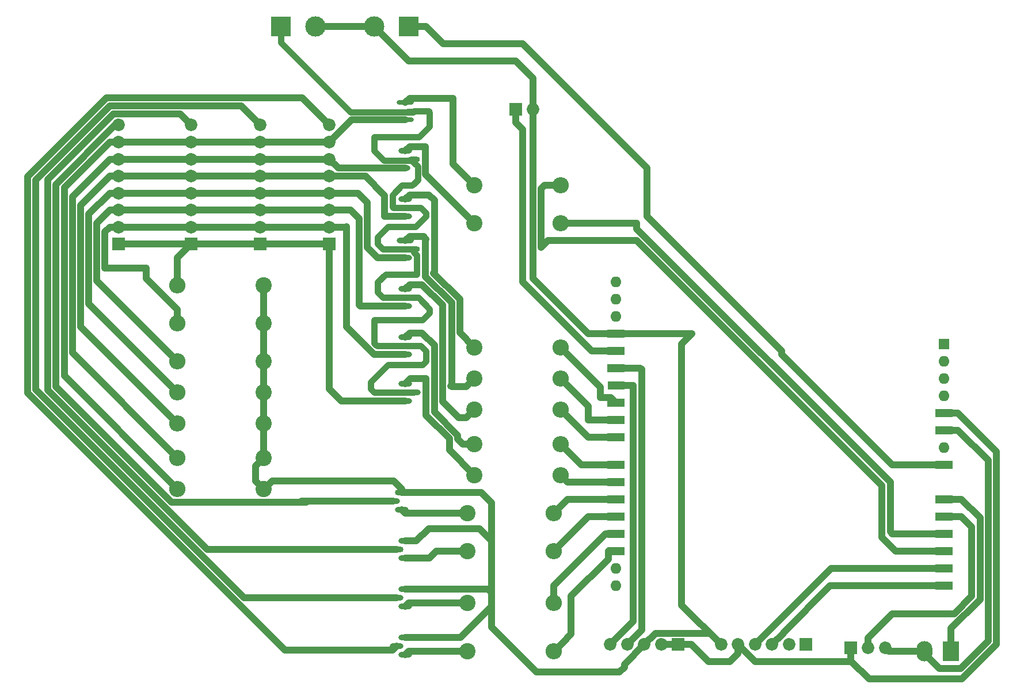
<source format=gbr>
G04 #@! TF.GenerationSoftware,KiCad,Pcbnew,(5.1.2)-2*
G04 #@! TF.CreationDate,2019-08-27T13:21:09+07:00*
G04 #@! TF.ProjectId,clock_7segment,636c6f63-6b5f-4377-9365-676d656e742e,rev?*
G04 #@! TF.SameCoordinates,Original*
G04 #@! TF.FileFunction,Copper,L2,Bot*
G04 #@! TF.FilePolarity,Positive*
%FSLAX46Y46*%
G04 Gerber Fmt 4.6, Leading zero omitted, Abs format (unit mm)*
G04 Created by KiCad (PCBNEW (5.1.2)-2) date 2019-08-27 13:21:09*
%MOMM*%
%LPD*%
G04 APERTURE LIST*
%ADD10O,2.000000X0.800000*%
%ADD11O,2.500000X0.700000*%
%ADD12O,2.000000X0.900000*%
%ADD13O,1.800000X0.800000*%
%ADD14O,2.500000X0.800000*%
%ADD15O,2.400000X2.400000*%
%ADD16C,2.400000*%
%ADD17O,1.600000X1.600000*%
%ADD18R,2.500000X1.200000*%
%ADD19C,1.200000*%
%ADD20C,0.100000*%
%ADD21R,1.600000X1.600000*%
%ADD22C,1.850000*%
%ADD23R,1.850000X1.850000*%
%ADD24O,2.350000X3.000000*%
%ADD25R,2.350000X3.000000*%
%ADD26C,3.000000*%
%ADD27R,3.000000X3.000000*%
%ADD28O,1.500000X0.800000*%
%ADD29C,1.000000*%
%ADD30C,0.500000*%
%ADD31C,0.900000*%
G04 APERTURE END LIST*
D10*
X109728000Y-130810000D03*
X110998000Y-129540000D03*
X109728000Y-128270000D03*
X109728000Y-114300000D03*
X110998000Y-115570000D03*
X109728000Y-116840000D03*
D11*
X109728000Y-86868000D03*
X110998000Y-88138000D03*
X109728000Y-89408000D03*
D12*
X109220000Y-144272000D03*
D10*
X107950000Y-145542000D03*
X109220000Y-146812000D03*
X109728000Y-109728000D03*
D13*
X110998000Y-108458000D03*
D14*
X109728000Y-107188000D03*
D15*
X132588000Y-104648000D03*
D16*
X119888000Y-104648000D03*
D17*
X140716000Y-155448000D03*
X140716000Y-157988000D03*
X140716000Y-118368000D03*
D18*
X188976000Y-157988000D03*
X140716000Y-120908000D03*
X188976000Y-155448000D03*
X140716000Y-123448000D03*
X188976000Y-152908000D03*
X140716000Y-125988000D03*
X188976000Y-150368000D03*
D19*
X140716000Y-128528000D03*
D20*
G36*
X139466000Y-129128000D02*
G01*
X139466000Y-127928000D01*
X141966000Y-127928000D01*
X141966000Y-129128000D01*
X139466000Y-129128000D01*
X139466000Y-129128000D01*
G37*
D18*
X188976000Y-147828000D03*
X140716000Y-131068000D03*
X188976000Y-145288000D03*
X140716000Y-133608000D03*
X188976000Y-140208000D03*
X140716000Y-136148000D03*
D17*
X188976000Y-137668000D03*
D18*
X140716000Y-140208000D03*
X188976000Y-135128000D03*
X140716000Y-142748000D03*
X188976000Y-132588000D03*
X140716000Y-145288000D03*
D17*
X188976000Y-130048000D03*
D18*
X140716000Y-147828000D03*
D17*
X188976000Y-127508000D03*
D18*
X140716000Y-150368000D03*
D17*
X188976000Y-124968000D03*
D18*
X140716000Y-152908000D03*
D21*
X188976000Y-122428000D03*
D17*
X140716000Y-115828000D03*
X140716000Y-113288000D03*
D22*
X98552000Y-90196000D03*
X98552000Y-92696000D03*
X98552000Y-95196000D03*
X98552000Y-97696000D03*
X98552000Y-100196000D03*
X98552000Y-102696000D03*
X98552000Y-105196000D03*
D23*
X98552000Y-107696000D03*
X67564000Y-107696000D03*
D22*
X67564000Y-105196000D03*
X67564000Y-102696000D03*
X67564000Y-100196000D03*
X67564000Y-97696000D03*
X67564000Y-95196000D03*
X67564000Y-92696000D03*
X67564000Y-90196000D03*
X156156000Y-166624000D03*
X158656000Y-166624000D03*
X161156000Y-166624000D03*
X163656000Y-166624000D03*
X166156000Y-166624000D03*
D23*
X168656000Y-166624000D03*
D24*
X186032000Y-167640000D03*
D25*
X189992000Y-167640000D03*
D22*
X128484000Y-87884000D03*
D23*
X125984000Y-87884000D03*
D22*
X180260000Y-167132000D03*
X177760000Y-167132000D03*
D23*
X175260000Y-167132000D03*
D26*
X96520000Y-75692000D03*
D27*
X91440000Y-75692000D03*
X110236000Y-75692000D03*
D26*
X105156000Y-75692000D03*
D10*
X109728000Y-168148000D03*
X108458000Y-166878000D03*
X109728000Y-165608000D03*
X109728000Y-158496000D03*
X108458000Y-159766000D03*
X109728000Y-161036000D03*
X109728000Y-153924000D03*
D12*
X108458000Y-152654000D03*
D10*
X109728000Y-151384000D03*
X109728000Y-121412000D03*
X110998000Y-122682000D03*
X109728000Y-123952000D03*
X109728000Y-101092000D03*
X110998000Y-102362000D03*
X109728000Y-103632000D03*
D28*
X109728000Y-96520000D03*
D13*
X110998000Y-95250000D03*
D10*
X109728000Y-93980000D03*
D16*
X118872000Y-167640000D03*
D15*
X131572000Y-167640000D03*
X131572000Y-160528000D03*
D16*
X118872000Y-160528000D03*
X118872000Y-152908000D03*
D15*
X131572000Y-152908000D03*
X131572000Y-147320000D03*
D16*
X118872000Y-147320000D03*
D15*
X132588000Y-141732000D03*
D16*
X119888000Y-141732000D03*
X119888000Y-137160000D03*
D15*
X132588000Y-137160000D03*
X132588000Y-132080000D03*
D16*
X119888000Y-132080000D03*
X119888000Y-127508000D03*
D15*
X132588000Y-127508000D03*
X132588000Y-122936000D03*
D16*
X119888000Y-122936000D03*
D15*
X132588000Y-99060000D03*
D16*
X119888000Y-99060000D03*
D22*
X139860000Y-166624000D03*
X142360000Y-166624000D03*
X144860000Y-166624000D03*
X147360000Y-166624000D03*
D23*
X149860000Y-166624000D03*
D16*
X88900000Y-113792000D03*
D15*
X76200000Y-113792000D03*
X76200000Y-119380000D03*
D16*
X88900000Y-119380000D03*
D15*
X76200000Y-124968000D03*
D16*
X88900000Y-124968000D03*
X88900000Y-129540000D03*
D15*
X76200000Y-129540000D03*
X76200000Y-134112000D03*
D16*
X88900000Y-134112000D03*
X88900000Y-139192000D03*
D15*
X76200000Y-139192000D03*
X76200000Y-143764000D03*
D16*
X88900000Y-143764000D03*
D22*
X88392000Y-90196000D03*
X88392000Y-92696000D03*
X88392000Y-95196000D03*
X88392000Y-97696000D03*
X88392000Y-100196000D03*
X88392000Y-102696000D03*
X88392000Y-105196000D03*
D23*
X88392000Y-107696000D03*
X78232000Y-107696000D03*
D22*
X78232000Y-105196000D03*
X78232000Y-102696000D03*
X78232000Y-100196000D03*
X78232000Y-97696000D03*
X78232000Y-95196000D03*
X78232000Y-92696000D03*
X78232000Y-90196000D03*
D29*
X165281001Y-164998999D02*
X165281001Y-164918999D01*
X163656000Y-166624000D02*
X165281001Y-164998999D01*
X172212000Y-157988000D02*
X188976000Y-157988000D01*
X165281001Y-164918999D02*
X172212000Y-157988000D01*
X128484000Y-87884000D02*
X128484000Y-111720000D01*
X128524000Y-111760000D02*
X128524000Y-112776000D01*
X128484000Y-111720000D02*
X128524000Y-111760000D01*
X136656000Y-120908000D02*
X140716000Y-120908000D01*
X128524000Y-112776000D02*
X136656000Y-120908000D01*
X88900000Y-113792000D02*
X88900000Y-119380000D01*
X88900000Y-119380000D02*
X88900000Y-124968000D01*
X88900000Y-124968000D02*
X88900000Y-129540000D01*
X88900000Y-134112000D02*
X88900000Y-139192000D01*
X87700001Y-142564001D02*
X88900000Y-143764000D01*
X88900000Y-139192000D02*
X87700001Y-140391999D01*
X87700001Y-140391999D02*
X87700001Y-142564001D01*
X121920000Y-158496000D02*
X109728000Y-158496000D01*
X122428000Y-159004000D02*
X121920000Y-158496000D01*
X122428000Y-161036000D02*
X122428000Y-159004000D01*
X109728000Y-165608000D02*
X117856000Y-165608000D01*
X117856000Y-165608000D02*
X122428000Y-161036000D01*
X109728000Y-158496000D02*
X118364000Y-158496000D01*
X122428000Y-159004000D02*
X122428000Y-151384000D01*
X111328000Y-151384000D02*
X109728000Y-151384000D01*
X113128000Y-149584000D02*
X111328000Y-151384000D01*
X120628000Y-149584000D02*
X113128000Y-149584000D01*
X122428000Y-151384000D02*
X120628000Y-149584000D01*
X122428000Y-151384000D02*
X122428000Y-145796000D01*
X120904000Y-144272000D02*
X109220000Y-144272000D01*
X122428000Y-145796000D02*
X120904000Y-144272000D01*
X96520000Y-75692000D02*
X105156000Y-75692000D01*
X105156000Y-75692000D02*
X110236000Y-80772000D01*
X110236000Y-80772000D02*
X125984000Y-80772000D01*
X128484000Y-83272000D02*
X128484000Y-87884000D01*
X125984000Y-80772000D02*
X128484000Y-83272000D01*
X88900000Y-134112000D02*
X88900000Y-129540000D01*
X90099999Y-142564001D02*
X108020001Y-142564001D01*
X88900000Y-143764000D02*
X90099999Y-142564001D01*
X109220000Y-143764000D02*
X109220000Y-144272000D01*
X108020001Y-142564001D02*
X109220000Y-143764000D01*
X155231001Y-165699001D02*
X156156000Y-166624000D01*
X154530999Y-164998999D02*
X155231001Y-165699001D01*
X146485001Y-164998999D02*
X154530999Y-164998999D01*
X144860000Y-166624000D02*
X146485001Y-164998999D01*
X141943999Y-169540001D02*
X141943999Y-169968001D01*
X144860000Y-166624000D02*
X141943999Y-169540001D01*
X141943999Y-169968001D02*
X141224000Y-170688000D01*
X141224000Y-170688000D02*
X129032000Y-170688000D01*
X122428000Y-164084000D02*
X122428000Y-161036000D01*
X129032000Y-170688000D02*
X122428000Y-164084000D01*
X180768000Y-167640000D02*
X180260000Y-167132000D01*
X186032000Y-167640000D02*
X180768000Y-167640000D01*
X186032000Y-167965000D02*
X188247000Y-170180000D01*
X186032000Y-167640000D02*
X186032000Y-167965000D01*
X195440020Y-166126982D02*
X195440020Y-139560020D01*
X188247000Y-170180000D02*
X191387002Y-170180000D01*
X191387002Y-170180000D02*
X195440020Y-166126982D01*
X191008000Y-135128000D02*
X188976000Y-135128000D01*
X195440020Y-139560020D02*
X191008000Y-135128000D01*
X140716000Y-120908000D02*
X151896000Y-120908000D01*
X151896000Y-120908000D02*
X150368000Y-122436000D01*
X150368000Y-160836000D02*
X156156000Y-166624000D01*
X150368000Y-122436000D02*
X150368000Y-160836000D01*
X172332000Y-155448000D02*
X188976000Y-155448000D01*
X161156000Y-166624000D02*
X172332000Y-155448000D01*
X137164000Y-123448000D02*
X140716000Y-123448000D01*
X127000000Y-113284000D02*
X137164000Y-123448000D01*
X127000000Y-90825000D02*
X127000000Y-113284000D01*
X125984000Y-87884000D02*
X125984000Y-89809000D01*
X125984000Y-89809000D02*
X127000000Y-90825000D01*
X181864000Y-152908000D02*
X188976000Y-152908000D01*
X179832000Y-150876000D02*
X181864000Y-152908000D01*
X130192010Y-99060000D02*
X129684010Y-99568000D01*
X132588000Y-99060000D02*
X130192010Y-99060000D01*
X179832000Y-143256000D02*
X179832000Y-150876000D01*
X129684010Y-99568000D02*
X129684010Y-108204000D01*
X129684010Y-108204000D02*
X130700010Y-107188000D01*
X130700010Y-107188000D02*
X143764000Y-107188000D01*
X143764000Y-107188000D02*
X179832000Y-143256000D01*
X144456010Y-164527990D02*
X144456010Y-126168010D01*
X142360000Y-166624000D02*
X144456010Y-164527990D01*
X144276000Y-125988000D02*
X140716000Y-125988000D01*
X144456010Y-126168010D02*
X144276000Y-125988000D01*
X181356000Y-150368000D02*
X188976000Y-150368000D01*
X181032010Y-150044010D02*
X181356000Y-150368000D01*
X181032010Y-142758940D02*
X181032010Y-150044010D01*
X143764000Y-105490930D02*
X181032010Y-142758940D01*
X132588000Y-104648000D02*
X143764000Y-104648000D01*
X143764000Y-104648000D02*
X143764000Y-105490930D01*
X143252000Y-128528000D02*
X140716000Y-128528000D01*
X143256000Y-128524000D02*
X143252000Y-128528000D01*
X139860000Y-166624000D02*
X143256000Y-163228000D01*
X143256000Y-163228000D02*
X143256000Y-128524000D01*
X191516000Y-147828000D02*
X188976000Y-147828000D01*
X177760000Y-165648000D02*
X181289999Y-162118001D01*
X177760000Y-167132000D02*
X177760000Y-165648000D01*
X181289999Y-162118001D02*
X190433999Y-162118001D01*
X190433999Y-162118001D02*
X193040000Y-159512000D01*
X193040000Y-159512000D02*
X193040000Y-149352000D01*
X193040000Y-149352000D02*
X191516000Y-147828000D01*
X139916001Y-130268001D02*
X138396001Y-130268001D01*
X140716000Y-131068000D02*
X139916001Y-130268001D01*
X138396001Y-128744001D02*
X132588000Y-122936000D01*
X138396001Y-130268001D02*
X138396001Y-128744001D01*
X194240010Y-160009060D02*
X194240010Y-148012010D01*
X189992000Y-167640000D02*
X189992000Y-164257070D01*
X189992000Y-164257070D02*
X194240010Y-160009060D01*
X191516000Y-145288000D02*
X188976000Y-145288000D01*
X194240010Y-148012010D02*
X191516000Y-145288000D01*
X140716000Y-133608000D02*
X136656000Y-133608000D01*
X136656000Y-131576000D02*
X132588000Y-127508000D01*
X136656000Y-133608000D02*
X136656000Y-131576000D01*
X112736000Y-75692000D02*
X115276000Y-78232000D01*
X110236000Y-75692000D02*
X112736000Y-75692000D01*
X115276000Y-78232000D02*
X127000000Y-78232000D01*
X127000000Y-78232000D02*
X145288000Y-96520000D01*
X145288000Y-96520000D02*
X145288000Y-103632000D01*
X165100000Y-123444000D02*
X165100000Y-123952000D01*
X145288000Y-103632000D02*
X165100000Y-123444000D01*
X181356000Y-140208000D02*
X188976000Y-140208000D01*
X165100000Y-123952000D02*
X181356000Y-140208000D01*
X136656000Y-136148000D02*
X132588000Y-132080000D01*
X140716000Y-136148000D02*
X136656000Y-136148000D01*
X135636000Y-140208000D02*
X132588000Y-137160000D01*
X140716000Y-140208000D02*
X135636000Y-140208000D01*
X133604000Y-142748000D02*
X132588000Y-141732000D01*
X140716000Y-142748000D02*
X133604000Y-142748000D01*
X147360000Y-166624000D02*
X149860000Y-166624000D01*
X158656000Y-167932147D02*
X157424147Y-169164000D01*
X158656000Y-166624000D02*
X158656000Y-167932147D01*
X151785000Y-166624000D02*
X149860000Y-166624000D01*
X154325000Y-169164000D02*
X151785000Y-166624000D01*
X157424147Y-169164000D02*
X154325000Y-169164000D01*
X175260000Y-169057000D02*
X175153000Y-169164000D01*
X175260000Y-167132000D02*
X175260000Y-169057000D01*
X161196000Y-169164000D02*
X158656000Y-166624000D01*
X175153000Y-169164000D02*
X161196000Y-169164000D01*
X175260000Y-169057000D02*
X177907000Y-171704000D01*
X196640030Y-166624042D02*
X196640030Y-138220030D01*
X177907000Y-171704000D02*
X191560072Y-171704000D01*
X191560072Y-171704000D02*
X196640030Y-166624042D01*
X196640030Y-138220030D02*
X191008000Y-132588000D01*
X191008000Y-132588000D02*
X188976000Y-132588000D01*
X133604000Y-145288000D02*
X131572000Y-147320000D01*
X140716000Y-145288000D02*
X133604000Y-145288000D01*
X140716000Y-147828000D02*
X136652000Y-147828000D01*
X136652000Y-147828000D02*
X131572000Y-152908000D01*
X140716000Y-150368000D02*
X139192000Y-150368000D01*
X131572000Y-157988000D02*
X131572000Y-160528000D01*
X139192000Y-150368000D02*
X131572000Y-157988000D01*
X140716000Y-152908000D02*
X139584630Y-152908000D01*
X139584630Y-152908000D02*
X139584630Y-154039370D01*
X132771999Y-166440001D02*
X131572000Y-167640000D01*
X134112000Y-165100000D02*
X132771999Y-166440001D01*
X134112000Y-159512000D02*
X134112000Y-165100000D01*
X139584630Y-154039370D02*
X134112000Y-159512000D01*
X92010787Y-167477999D02*
X54171990Y-129639202D01*
X108458000Y-166878000D02*
X107858001Y-167477999D01*
X107858001Y-167477999D02*
X92010787Y-167477999D01*
X97627001Y-89271001D02*
X98552000Y-90196000D01*
X94526979Y-86170979D02*
X97627001Y-89271001D01*
X65789879Y-86170979D02*
X94526979Y-86170979D01*
X54171991Y-97788867D02*
X65789879Y-86170979D01*
X54171990Y-129639202D02*
X54171991Y-97788867D01*
X98552000Y-92696000D02*
X88392000Y-92696000D01*
X101840000Y-89408000D02*
X98552000Y-92696000D01*
X109728000Y-89408000D02*
X101840000Y-89408000D01*
X66255853Y-92696000D02*
X67564000Y-92696000D01*
X59531952Y-99419901D02*
X66255853Y-92696000D01*
X59531952Y-127095952D02*
X59531952Y-99419901D01*
X76200000Y-143764000D02*
X59531952Y-127095952D01*
X88392000Y-92696000D02*
X78232000Y-92696000D01*
X76923853Y-92696000D02*
X67564000Y-92696000D01*
X78232000Y-92696000D02*
X76923853Y-92696000D01*
X98552000Y-95196000D02*
X88392000Y-95196000D01*
X99876000Y-96520000D02*
X98552000Y-95196000D01*
X109728000Y-96520000D02*
X99876000Y-96520000D01*
X66255853Y-95196000D02*
X67564000Y-95196000D01*
X60731962Y-100719891D02*
X66255853Y-95196000D01*
X76200000Y-139192000D02*
X60731962Y-123723962D01*
X60731962Y-123723962D02*
X60731962Y-100719891D01*
X88392000Y-95196000D02*
X78232000Y-95196000D01*
X67564000Y-95196000D02*
X78232000Y-95196000D01*
X88392000Y-97696000D02*
X98552000Y-97696000D01*
X99354930Y-97696000D02*
X98552000Y-97696000D01*
X99378940Y-97720010D02*
X99354930Y-97696000D01*
X103816010Y-97720010D02*
X99378940Y-97720010D01*
X106680000Y-100584000D02*
X103816010Y-97720010D01*
X109728000Y-103632000D02*
X106680000Y-103632000D01*
X106680000Y-103632000D02*
X106680000Y-100584000D01*
X66255853Y-97696000D02*
X67564000Y-97696000D01*
X61931971Y-102019882D02*
X66255853Y-97696000D01*
X61931971Y-119843971D02*
X61931971Y-102019882D01*
X76200000Y-134112000D02*
X61931971Y-119843971D01*
X67564000Y-97696000D02*
X78232000Y-97696000D01*
X88392000Y-97696000D02*
X78232000Y-97696000D01*
X88392000Y-100196000D02*
X98552000Y-100196000D01*
X109728000Y-109728000D02*
X105664000Y-109728000D01*
X105664000Y-109728000D02*
X104140000Y-108204000D01*
X104140000Y-108204000D02*
X104140000Y-101600000D01*
X102736000Y-100196000D02*
X98552000Y-100196000D01*
X104140000Y-101600000D02*
X102736000Y-100196000D01*
X66255853Y-100196000D02*
X67564000Y-100196000D01*
X63131980Y-103319873D02*
X66255853Y-100196000D01*
X63131980Y-116471980D02*
X63131980Y-103319873D01*
X76200000Y-129540000D02*
X63131980Y-116471980D01*
X78232000Y-100196000D02*
X88392000Y-100196000D01*
X67564000Y-100196000D02*
X78232000Y-100196000D01*
X88392000Y-102696000D02*
X98552000Y-102696000D01*
X66255853Y-102696000D02*
X67564000Y-102696000D01*
X64331990Y-104619863D02*
X66255853Y-102696000D01*
X64331990Y-113099990D02*
X64331990Y-104619863D01*
X76200000Y-124968000D02*
X64331990Y-113099990D01*
X78137002Y-102696000D02*
X78232000Y-102696000D01*
X67564000Y-102696000D02*
X78137002Y-102696000D01*
X88392000Y-102696000D02*
X78232000Y-102696000D01*
X101680000Y-102696000D02*
X98552000Y-102696000D01*
X102939990Y-103955990D02*
X101680000Y-102696000D01*
X102939990Y-116655990D02*
X102939990Y-103955990D01*
X109728000Y-116840000D02*
X103124000Y-116840000D01*
X103124000Y-116840000D02*
X102939990Y-116655990D01*
X98552000Y-105196000D02*
X87336000Y-105196000D01*
X76200000Y-119380000D02*
X76200000Y-117348000D01*
X76200000Y-117348000D02*
X71628000Y-112776000D01*
X71628000Y-112776000D02*
X71628000Y-111252000D01*
X71628000Y-111252000D02*
X65532000Y-111252000D01*
X66255853Y-105196000D02*
X67564000Y-105196000D01*
X65532000Y-105919853D02*
X66255853Y-105196000D01*
X65532000Y-111252000D02*
X65532000Y-105919853D01*
X88392000Y-105196000D02*
X78232000Y-105196000D01*
X67564000Y-105196000D02*
X78232000Y-105196000D01*
X109728000Y-123952000D02*
X105156000Y-123952000D01*
X105156000Y-123952000D02*
X101092000Y-119888000D01*
X101092000Y-119888000D02*
X101092000Y-105156000D01*
X101052000Y-105196000D02*
X98552000Y-105196000D01*
X101092000Y-105156000D02*
X101052000Y-105196000D01*
X98552000Y-107696000D02*
X88392000Y-107696000D01*
X76200000Y-113792000D02*
X76200000Y-109728000D01*
X67564000Y-107696000D02*
X78232000Y-107696000D01*
X78232000Y-107696000D02*
X88392000Y-107696000D01*
X76200000Y-109728000D02*
X78232000Y-107696000D01*
X98552000Y-109621000D02*
X98552000Y-107696000D01*
X98552000Y-129032000D02*
X98552000Y-109621000D01*
X109728000Y-130810000D02*
X100330000Y-130810000D01*
X100330000Y-130810000D02*
X98552000Y-129032000D01*
X85995858Y-159766000D02*
X55372000Y-129142142D01*
X108458000Y-159766000D02*
X85995858Y-159766000D01*
X87467001Y-89271001D02*
X88392000Y-90196000D01*
X85566989Y-87370989D02*
X87467001Y-89271001D01*
X66286939Y-87370989D02*
X85566989Y-87370989D01*
X55372000Y-98285928D02*
X66286939Y-87370989D01*
X55372000Y-129142142D02*
X55372000Y-98285928D01*
X80580928Y-152654000D02*
X57131932Y-129205004D01*
X108458000Y-152654000D02*
X80580928Y-152654000D01*
X77307001Y-89271001D02*
X78232000Y-90196000D01*
X76606999Y-88570999D02*
X77307001Y-89271001D01*
X66783999Y-88570999D02*
X76606999Y-88570999D01*
X57131932Y-98223066D02*
X66783999Y-88570999D01*
X57131932Y-129205004D02*
X57131932Y-98223066D01*
X58331942Y-128707944D02*
X75287999Y-145664001D01*
X58331942Y-98922841D02*
X58331942Y-128707944D01*
X67564000Y-90196000D02*
X67058783Y-90196000D01*
X67058783Y-90196000D02*
X58331942Y-98922841D01*
X94478002Y-145542000D02*
X107950000Y-145542000D01*
X94356001Y-145664001D02*
X94478002Y-145542000D01*
X94356001Y-145664001D02*
X95127999Y-145664001D01*
X75287999Y-145664001D02*
X94356001Y-145664001D01*
D30*
X110149472Y-88138000D02*
X110998000Y-88138000D01*
X110149472Y-95250000D02*
X110998000Y-95250000D01*
D31*
X110878010Y-88257990D02*
X110998000Y-88138000D01*
X101605990Y-88257990D02*
X110878010Y-88257990D01*
X91440000Y-75692000D02*
X91440000Y-78092000D01*
X91440000Y-78092000D02*
X101605990Y-88257990D01*
X113148000Y-88138000D02*
X113284000Y-88274000D01*
X110998000Y-88138000D02*
X113148000Y-88138000D01*
X113284000Y-88274000D02*
X113284000Y-90424000D01*
X113284000Y-90424000D02*
X111760000Y-91948000D01*
X111760000Y-91948000D02*
X105156000Y-91948000D01*
X105156000Y-93980000D02*
X106545990Y-95369990D01*
X105156000Y-91948000D02*
X105156000Y-93980000D01*
X106545990Y-95369990D02*
X110609990Y-95369990D01*
X111533991Y-96293991D02*
X111533991Y-98270009D01*
X110609990Y-95369990D02*
X111533991Y-96293991D01*
X111533991Y-98270009D02*
X110744000Y-99060000D01*
X109220000Y-99060000D02*
X107830010Y-100449990D01*
X110744000Y-99060000D02*
X109220000Y-99060000D01*
X109098000Y-102362000D02*
X110998000Y-102362000D01*
X107950000Y-102362000D02*
X109098000Y-102362000D01*
X107830010Y-102242010D02*
X107950000Y-102362000D01*
X107830010Y-100449990D02*
X107830010Y-102242010D01*
X112014000Y-102362000D02*
X112776000Y-103124000D01*
X110998000Y-102362000D02*
X112014000Y-102362000D01*
X107188000Y-105156000D02*
X105664000Y-106680000D01*
X106426000Y-108458000D02*
X110998000Y-108458000D01*
X105664000Y-106680000D02*
X105664000Y-107696000D01*
X105664000Y-107696000D02*
X106426000Y-108458000D01*
X105664000Y-114808000D02*
X106426000Y-115570000D01*
X110998000Y-108458000D02*
X110998000Y-108913062D01*
X110998000Y-108913062D02*
X111378010Y-109293072D01*
X111378010Y-109293072D02*
X111378010Y-112141990D01*
X111378010Y-112141990D02*
X106806010Y-112141990D01*
X106426000Y-115570000D02*
X110998000Y-115570000D01*
X106806010Y-112141990D02*
X105664000Y-113284000D01*
X105664000Y-113284000D02*
X105664000Y-114808000D01*
X111598000Y-115570000D02*
X113284000Y-117256000D01*
X110998000Y-115570000D02*
X111598000Y-115570000D01*
X113284000Y-117256000D02*
X113284000Y-117856000D01*
X113284000Y-117856000D02*
X112268000Y-118872000D01*
X112268000Y-118872000D02*
X105156000Y-118872000D01*
X109098000Y-122682000D02*
X110998000Y-122682000D01*
X105512358Y-122682000D02*
X109098000Y-122682000D01*
X105156000Y-122325642D02*
X105512358Y-122682000D01*
X105156000Y-118872000D02*
X105156000Y-122325642D01*
X110998000Y-122682000D02*
X112014000Y-122682000D01*
X112014000Y-122682000D02*
X112776000Y-123444000D01*
X112776000Y-123444000D02*
X112776000Y-124968000D01*
X112776000Y-124968000D02*
X112268000Y-125476000D01*
X112268000Y-125476000D02*
X107188000Y-125476000D01*
X107188000Y-125476000D02*
X104648000Y-128016000D01*
X109098000Y-129540000D02*
X110998000Y-129540000D01*
X105156000Y-129540000D02*
X109098000Y-129540000D01*
X104648000Y-129032000D02*
X105156000Y-129540000D01*
X104648000Y-128016000D02*
X104648000Y-129032000D01*
X112776000Y-103124000D02*
X112776000Y-103632000D01*
X112776000Y-103632000D02*
X111252000Y-105156000D01*
X111252000Y-105156000D02*
X107188000Y-105156000D01*
D29*
X110236000Y-167640000D02*
X109728000Y-168148000D01*
X118872000Y-167640000D02*
X110236000Y-167640000D01*
X110236000Y-160528000D02*
X109728000Y-161036000D01*
X118872000Y-160528000D02*
X110236000Y-160528000D01*
X118872000Y-152908000D02*
X114300000Y-152908000D01*
X113284000Y-153924000D02*
X109728000Y-153924000D01*
X114300000Y-152908000D02*
X113284000Y-153924000D01*
X109728000Y-147320000D02*
X109220000Y-146812000D01*
X118872000Y-147320000D02*
X109728000Y-147320000D01*
X116192019Y-138036019D02*
X119888000Y-141732000D01*
X116192019Y-136338949D02*
X116192019Y-138036019D01*
X112776000Y-132922930D02*
X116192019Y-136338949D01*
X112776000Y-127508000D02*
X112776000Y-132922930D01*
X109728000Y-128270000D02*
X110490000Y-127508000D01*
X110490000Y-127508000D02*
X112776000Y-127508000D01*
X117392028Y-136361084D02*
X117392028Y-135841888D01*
X119888000Y-137160000D02*
X118190944Y-137160000D01*
X118190944Y-137160000D02*
X117392028Y-136361084D01*
X113976010Y-132425870D02*
X113976010Y-122612010D01*
X117392028Y-135841888D02*
X113976010Y-132425870D01*
X110327999Y-120812001D02*
X109728000Y-121412000D01*
X112176001Y-120812001D02*
X110327999Y-120812001D01*
X113976010Y-122612010D02*
X112176001Y-120812001D01*
X117531999Y-133279999D02*
X115176020Y-130924020D01*
X119888000Y-132080000D02*
X118688001Y-133279999D01*
X118688001Y-133279999D02*
X117531999Y-133279999D01*
X115176020Y-130924020D02*
X115176020Y-116700020D01*
X110327999Y-113700001D02*
X109728000Y-114300000D01*
X112176001Y-113700001D02*
X110327999Y-113700001D01*
X115176020Y-116700020D02*
X112176001Y-113700001D01*
X116515999Y-128707999D02*
X116376030Y-128568030D01*
X119888000Y-127508000D02*
X118688001Y-128707999D01*
X118688001Y-128707999D02*
X116515999Y-128707999D01*
X116515999Y-116342929D02*
X112673062Y-112499992D01*
X116515999Y-128707999D02*
X116515999Y-116342929D01*
X112673062Y-112499992D02*
X112673062Y-107085062D01*
X112673062Y-107085062D02*
X112776000Y-106982124D01*
X110327999Y-106588001D02*
X109728000Y-107188000D01*
X112381877Y-106588001D02*
X110327999Y-106588001D01*
X112776000Y-106982124D02*
X112381877Y-106588001D01*
X117716009Y-120764009D02*
X117716009Y-115845869D01*
X119888000Y-122936000D02*
X117716009Y-120764009D01*
X117716009Y-115845869D02*
X113873072Y-112002932D01*
X113976009Y-111899995D02*
X113976009Y-101276009D01*
X113873072Y-112002932D02*
X113976009Y-111899995D01*
X110327999Y-100492001D02*
X109728000Y-101092000D01*
X113192001Y-100492001D02*
X110327999Y-100492001D01*
X113976009Y-101276009D02*
X113192001Y-100492001D01*
X110327999Y-93380001D02*
X112684001Y-93380001D01*
X109728000Y-93980000D02*
X110327999Y-93380001D01*
X112684001Y-97444001D02*
X119888000Y-104648000D01*
X112684001Y-93380001D02*
X112684001Y-97444001D01*
X110327999Y-86268001D02*
X116748001Y-86268001D01*
X109728000Y-86868000D02*
X110327999Y-86268001D01*
X116748001Y-95920001D02*
X119888000Y-99060000D01*
X116748001Y-86268001D02*
X116748001Y-95920001D01*
M02*

</source>
